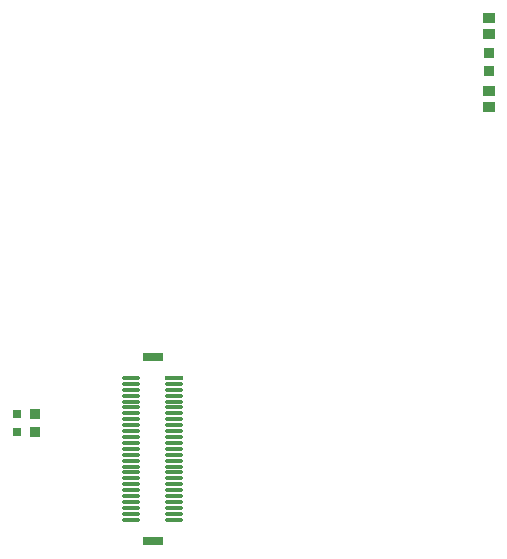
<source format=gtp>
G04*
G04 #@! TF.GenerationSoftware,Altium Limited,Altium Designer,19.0.10 (269)*
G04*
G04 Layer_Color=8421504*
%FSLAX25Y25*%
%MOIN*%
G70*
G01*
G75*
%ADD12R,0.03150X0.03150*%
%ADD13R,0.03347X0.03347*%
%ADD14R,0.03937X0.03543*%
%ADD15R,0.07087X0.03150*%
%ADD16R,0.06299X0.01181*%
%ADD17O,0.06299X0.01181*%
D12*
X-23662Y64638D02*
D03*
Y70543D02*
D03*
D13*
X-17717Y70784D02*
D03*
Y64682D02*
D03*
X133858Y184843D02*
D03*
Y190945D02*
D03*
D14*
Y197244D02*
D03*
Y202559D02*
D03*
Y173031D02*
D03*
Y178347D02*
D03*
D15*
X21654Y28346D02*
D03*
Y89764D02*
D03*
D16*
X28740Y82677D02*
D03*
D17*
Y80709D02*
D03*
Y78740D02*
D03*
Y76772D02*
D03*
Y74803D02*
D03*
Y72835D02*
D03*
Y70866D02*
D03*
Y68898D02*
D03*
Y66929D02*
D03*
Y64961D02*
D03*
Y62992D02*
D03*
Y61024D02*
D03*
Y59055D02*
D03*
Y57087D02*
D03*
Y55118D02*
D03*
Y53150D02*
D03*
Y51181D02*
D03*
Y49213D02*
D03*
Y47244D02*
D03*
Y45276D02*
D03*
Y43307D02*
D03*
Y41339D02*
D03*
Y39370D02*
D03*
Y37402D02*
D03*
Y35433D02*
D03*
X14567D02*
D03*
Y37402D02*
D03*
Y39370D02*
D03*
Y41339D02*
D03*
Y43307D02*
D03*
Y45276D02*
D03*
Y47244D02*
D03*
Y49213D02*
D03*
Y51181D02*
D03*
Y53150D02*
D03*
Y55118D02*
D03*
Y57087D02*
D03*
Y59055D02*
D03*
Y61024D02*
D03*
Y62992D02*
D03*
Y64961D02*
D03*
Y66929D02*
D03*
Y68898D02*
D03*
Y70866D02*
D03*
Y72835D02*
D03*
Y74803D02*
D03*
Y76772D02*
D03*
Y78740D02*
D03*
Y80709D02*
D03*
Y82677D02*
D03*
M02*

</source>
